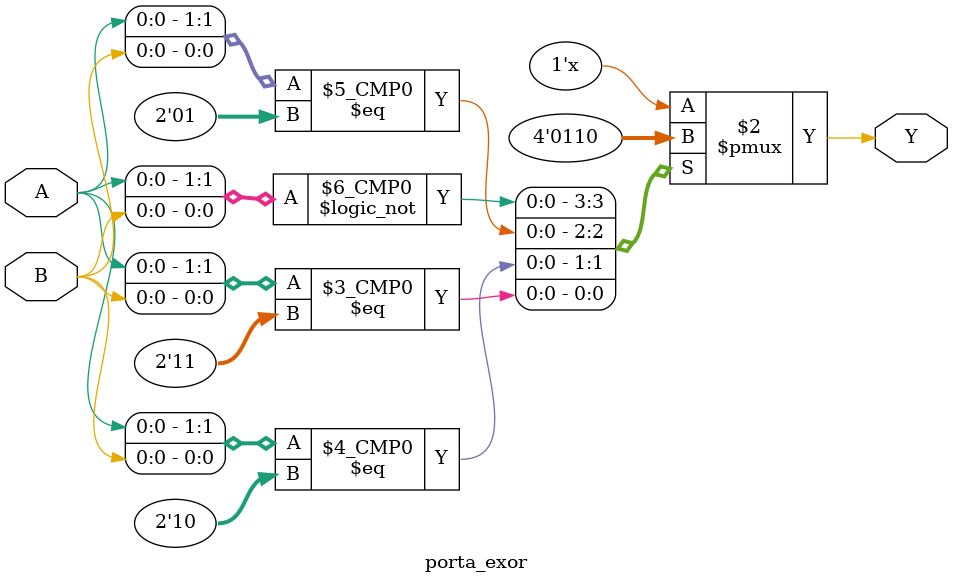
<source format=v>
module porta_exor (Y,A,B);

//definicao da saida Y e das entradas A e B
output reg Y;
input A,B;

//funcionalidade do circuito

always@ (A or B)
	begin
		case ({A,B}) //concatenacao
			2'b00 : Y = 1'b0;
			2'b01 : Y = 1'b1;
			2'b10 : Y = 1'b1;
			2'b11 : Y = 1'b0;
		endcase;
	end
endmodule
</source>
